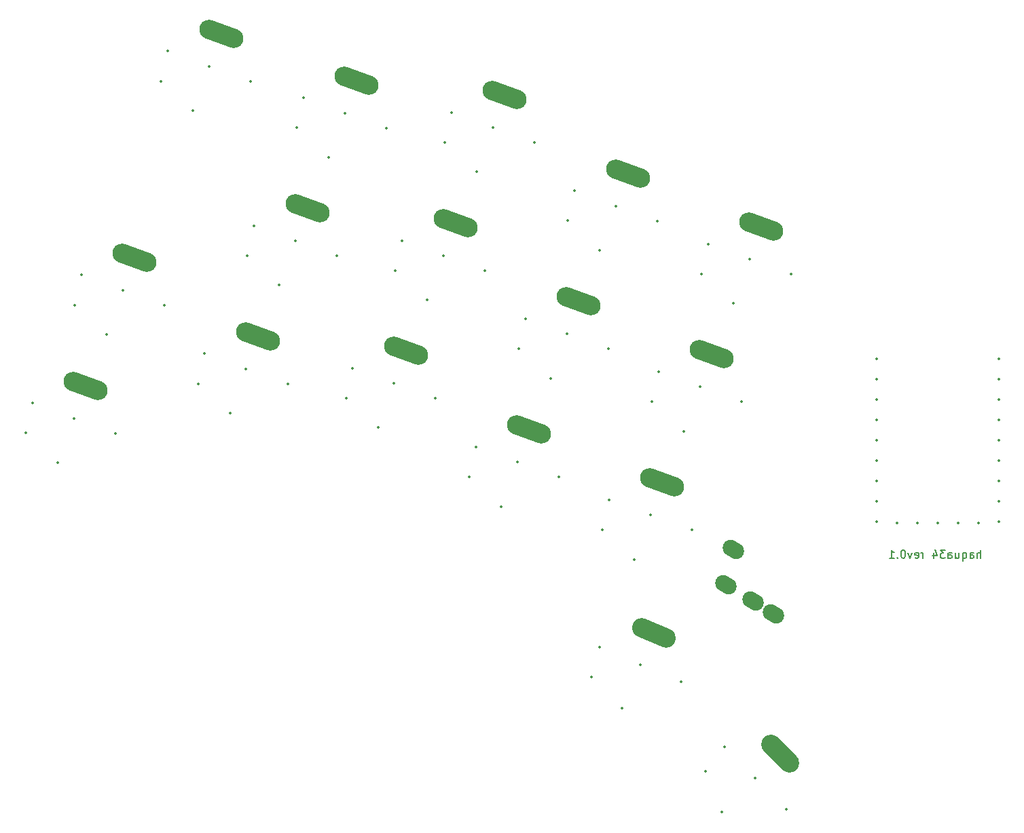
<source format=gbo>
%TF.GenerationSoftware,KiCad,Pcbnew,(6.0.11)*%
%TF.CreationDate,2024-04-13T23:11:30+09:00*%
%TF.ProjectId,haqua34_left-bottom-plate,68617175-6133-4345-9f6c-6566742d626f,rev?*%
%TF.SameCoordinates,Original*%
%TF.FileFunction,Legend,Bot*%
%TF.FilePolarity,Positive*%
%FSLAX46Y46*%
G04 Gerber Fmt 4.6, Leading zero omitted, Abs format (unit mm)*
G04 Created by KiCad (PCBNEW (6.0.11)) date 2024-04-13 23:11:30*
%MOMM*%
%LPD*%
G01*
G04 APERTURE LIST*
G04 Aperture macros list*
%AMHorizOval*
0 Thick line with rounded ends*
0 $1 width*
0 $2 $3 position (X,Y) of the first rounded end (center of the circle)*
0 $4 $5 position (X,Y) of the second rounded end (center of the circle)*
0 Add line between two ends*
20,1,$1,$2,$3,$4,$5,0*
0 Add two circle primitives to create the rounded ends*
1,1,$1,$2,$3*
1,1,$1,$4,$5*%
G04 Aperture macros list end*
%ADD10C,0.200000*%
%ADD11C,0.350000*%
%ADD12HorizOval,2.399999X-1.550493X0.564333X1.550493X-0.564333X0*%
%ADD13HorizOval,1.999999X-0.341056X0.208999X0.341056X-0.208999X0*%
%ADD14HorizOval,2.399999X-1.518833X0.644706X1.518833X-0.644706X0*%
%ADD15HorizOval,2.399999X-1.166726X1.166726X1.166726X-1.166726X0*%
G04 APERTURE END LIST*
D10*
X143666666Y-96552380D02*
X143666666Y-95552380D01*
X143238095Y-96552380D02*
X143238095Y-96028571D01*
X143285714Y-95933333D01*
X143380952Y-95885714D01*
X143523809Y-95885714D01*
X143619047Y-95933333D01*
X143666666Y-95980952D01*
X142333333Y-96552380D02*
X142333333Y-96028571D01*
X142380952Y-95933333D01*
X142476190Y-95885714D01*
X142666666Y-95885714D01*
X142761904Y-95933333D01*
X142333333Y-96504761D02*
X142428571Y-96552380D01*
X142666666Y-96552380D01*
X142761904Y-96504761D01*
X142809523Y-96409523D01*
X142809523Y-96314285D01*
X142761904Y-96219047D01*
X142666666Y-96171428D01*
X142428571Y-96171428D01*
X142333333Y-96123809D01*
X141428571Y-95885714D02*
X141428571Y-96885714D01*
X141428571Y-96504761D02*
X141523809Y-96552380D01*
X141714285Y-96552380D01*
X141809523Y-96504761D01*
X141857142Y-96457142D01*
X141904761Y-96361904D01*
X141904761Y-96076190D01*
X141857142Y-95980952D01*
X141809523Y-95933333D01*
X141714285Y-95885714D01*
X141523809Y-95885714D01*
X141428571Y-95933333D01*
X140523809Y-95885714D02*
X140523809Y-96552380D01*
X140952380Y-95885714D02*
X140952380Y-96409523D01*
X140904761Y-96504761D01*
X140809523Y-96552380D01*
X140666666Y-96552380D01*
X140571428Y-96504761D01*
X140523809Y-96457142D01*
X139619047Y-96552380D02*
X139619047Y-96028571D01*
X139666666Y-95933333D01*
X139761904Y-95885714D01*
X139952380Y-95885714D01*
X140047619Y-95933333D01*
X139619047Y-96504761D02*
X139714285Y-96552380D01*
X139952380Y-96552380D01*
X140047619Y-96504761D01*
X140095238Y-96409523D01*
X140095238Y-96314285D01*
X140047619Y-96219047D01*
X139952380Y-96171428D01*
X139714285Y-96171428D01*
X139619047Y-96123809D01*
X139238095Y-95552380D02*
X138619047Y-95552380D01*
X138952380Y-95933333D01*
X138809523Y-95933333D01*
X138714285Y-95980952D01*
X138666666Y-96028571D01*
X138619047Y-96123809D01*
X138619047Y-96361904D01*
X138666666Y-96457142D01*
X138714285Y-96504761D01*
X138809523Y-96552380D01*
X139095238Y-96552380D01*
X139190476Y-96504761D01*
X139238095Y-96457142D01*
X137761904Y-95885714D02*
X137761904Y-96552380D01*
X138000000Y-95504761D02*
X138238095Y-96219047D01*
X137619047Y-96219047D01*
X136476190Y-96552380D02*
X136476190Y-95885714D01*
X136476190Y-96076190D02*
X136428571Y-95980952D01*
X136380952Y-95933333D01*
X136285714Y-95885714D01*
X136190476Y-95885714D01*
X135476190Y-96504761D02*
X135571428Y-96552380D01*
X135761904Y-96552380D01*
X135857142Y-96504761D01*
X135904761Y-96409523D01*
X135904761Y-96028571D01*
X135857142Y-95933333D01*
X135761904Y-95885714D01*
X135571428Y-95885714D01*
X135476190Y-95933333D01*
X135428571Y-96028571D01*
X135428571Y-96123809D01*
X135904761Y-96219047D01*
X135095238Y-95885714D02*
X134857142Y-96552380D01*
X134619047Y-95885714D01*
X134047619Y-95552380D02*
X133952380Y-95552380D01*
X133857142Y-95600000D01*
X133809523Y-95647619D01*
X133761904Y-95742857D01*
X133714285Y-95933333D01*
X133714285Y-96171428D01*
X133761904Y-96361904D01*
X133809523Y-96457142D01*
X133857142Y-96504761D01*
X133952380Y-96552380D01*
X134047619Y-96552380D01*
X134142857Y-96504761D01*
X134190476Y-96457142D01*
X134238095Y-96361904D01*
X134285714Y-96171428D01*
X134285714Y-95933333D01*
X134238095Y-95742857D01*
X134190476Y-95647619D01*
X134142857Y-95600000D01*
X134047619Y-95552380D01*
X133285714Y-96457142D02*
X133238095Y-96504761D01*
X133285714Y-96552380D01*
X133333333Y-96504761D01*
X133285714Y-96457142D01*
X133285714Y-96552380D01*
X132285714Y-96552380D02*
X132857142Y-96552380D01*
X132571428Y-96552380D02*
X132571428Y-95552380D01*
X132666666Y-95695238D01*
X132761904Y-95790476D01*
X132857142Y-95838095D01*
D11*
X93031691Y-50718889D03*
D12*
X99676843Y-48542407D03*
D11*
X92201860Y-54460731D03*
X103368309Y-54481111D03*
X96182081Y-58144186D03*
X98200000Y-52600000D03*
X97331691Y-89293889D03*
X102500000Y-91175000D03*
D12*
X103976843Y-87117407D03*
D11*
X100482081Y-96719186D03*
X107668309Y-93056111D03*
X96501860Y-93035731D03*
D13*
X115281120Y-101948803D03*
X117839040Y-103516299D03*
X112786093Y-95493973D03*
X111870559Y-99858809D03*
D11*
X80832081Y-48344186D03*
X77681691Y-40918889D03*
X82850000Y-42800000D03*
X88018309Y-44681111D03*
D12*
X84326843Y-38742407D03*
D11*
X76851860Y-44660731D03*
X106312777Y-111999021D03*
D14*
X102937177Y-105875260D03*
D11*
X98944686Y-115280979D03*
X95162697Y-111394263D03*
X101250000Y-109850000D03*
X96187223Y-107700979D03*
D12*
X78176843Y-54742407D03*
D11*
X81868309Y-60681111D03*
X74682081Y-64344186D03*
X70701860Y-60660731D03*
X76700000Y-58800000D03*
X71531691Y-56918889D03*
D12*
X110151843Y-71117407D03*
D11*
X113843309Y-77056111D03*
X102676860Y-77035731D03*
X108675000Y-75175000D03*
X106657081Y-80719186D03*
X103506691Y-73293889D03*
X114825000Y-59225000D03*
X108826860Y-61085731D03*
X109656691Y-57343889D03*
D12*
X116301843Y-55167407D03*
D11*
X112807081Y-64769186D03*
X119993309Y-61106111D03*
X86906691Y-66693889D03*
D12*
X93551843Y-64517407D03*
D11*
X97243309Y-70456111D03*
X92075000Y-68575000D03*
X90057081Y-74119186D03*
X86076860Y-70435731D03*
X58225000Y-56950000D03*
X53056691Y-55068889D03*
X52226860Y-58810731D03*
X63393309Y-58831111D03*
X56207081Y-62494186D03*
D12*
X59701843Y-52892407D03*
D11*
X57243309Y-74806111D03*
X50057081Y-78469186D03*
X46076860Y-74785731D03*
X46906691Y-71043889D03*
X52075000Y-72925000D03*
D12*
X53551843Y-68867407D03*
D11*
X65356691Y-72843889D03*
X64526860Y-76585731D03*
D12*
X72001843Y-70667407D03*
D11*
X70525000Y-74725000D03*
X68507081Y-80269186D03*
X75693309Y-76606111D03*
X130659000Y-86905000D03*
X130659000Y-84365000D03*
X145899000Y-74205000D03*
X143359000Y-92188200D03*
X130659000Y-79285000D03*
X145899000Y-89445000D03*
X130659000Y-81825000D03*
X145899000Y-81825000D03*
X145899000Y-86905000D03*
X130659000Y-91985000D03*
X145899000Y-91985000D03*
X145899000Y-71665000D03*
X135739000Y-92188200D03*
X140819000Y-92188200D03*
X145899000Y-79285000D03*
X130659000Y-76745000D03*
X145899000Y-76745000D03*
X130659000Y-89445000D03*
X133199000Y-92188200D03*
X130659000Y-71665000D03*
X130659000Y-74205000D03*
X138279000Y-92188200D03*
X145899000Y-84365000D03*
X111403070Y-128221930D03*
X111685913Y-120160913D03*
X115575000Y-124050000D03*
X109352460Y-123201472D03*
X119464087Y-127939087D03*
D15*
X118628287Y-120996713D03*
D11*
X58401860Y-42860731D03*
X59231691Y-39118889D03*
X62382081Y-46544186D03*
X64400000Y-41000000D03*
X69568309Y-42881111D03*
D12*
X65876843Y-36942407D03*
D11*
X47473157Y-35175000D03*
X42304848Y-33293889D03*
X52641466Y-37056111D03*
X41475017Y-37035731D03*
D12*
X48950000Y-31117407D03*
D11*
X45455238Y-40719186D03*
X91068309Y-86456111D03*
X85900000Y-84575000D03*
X83882081Y-90119186D03*
X79901860Y-86435731D03*
D12*
X87376843Y-80517407D03*
D11*
X80731691Y-82693889D03*
X34682081Y-68644186D03*
X30701860Y-64960731D03*
X36700000Y-63100000D03*
D12*
X38176843Y-59042407D03*
D11*
X41868309Y-64981111D03*
X31531691Y-61218889D03*
X24601860Y-80960731D03*
X30600000Y-79100000D03*
X25431691Y-77218889D03*
X28582081Y-84644186D03*
X35768309Y-80981111D03*
D12*
X32076843Y-75042407D03*
M02*

</source>
